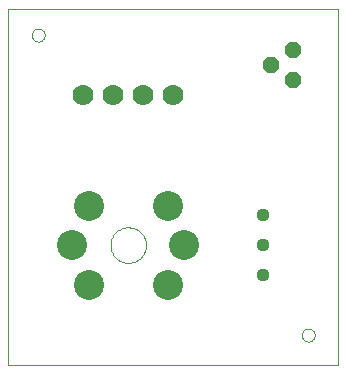
<source format=gtl>
G75*
G70*
%OFA0B0*%
%FSLAX24Y24*%
%IPPOS*%
%LPD*%
%AMOC8*
5,1,8,0,0,1.08239X$1,22.5*
%
%ADD10C,0.0000*%
%ADD11OC8,0.0520*%
%ADD12C,0.1000*%
%ADD13C,0.0700*%
%ADD14C,0.0440*%
D10*
X000100Y000147D02*
X000100Y012017D01*
X011092Y012017D01*
X011092Y000147D01*
X000100Y000147D01*
X003509Y004147D02*
X003511Y004195D01*
X003517Y004243D01*
X003527Y004290D01*
X003540Y004336D01*
X003558Y004381D01*
X003578Y004425D01*
X003603Y004467D01*
X003631Y004506D01*
X003661Y004543D01*
X003695Y004577D01*
X003732Y004609D01*
X003770Y004638D01*
X003811Y004663D01*
X003854Y004685D01*
X003899Y004703D01*
X003945Y004717D01*
X003992Y004728D01*
X004040Y004735D01*
X004088Y004738D01*
X004136Y004737D01*
X004184Y004732D01*
X004232Y004723D01*
X004278Y004711D01*
X004323Y004694D01*
X004367Y004674D01*
X004409Y004651D01*
X004449Y004624D01*
X004487Y004594D01*
X004522Y004561D01*
X004554Y004525D01*
X004584Y004487D01*
X004610Y004446D01*
X004632Y004403D01*
X004652Y004359D01*
X004667Y004314D01*
X004679Y004267D01*
X004687Y004219D01*
X004691Y004171D01*
X004691Y004123D01*
X004687Y004075D01*
X004679Y004027D01*
X004667Y003980D01*
X004652Y003935D01*
X004632Y003891D01*
X004610Y003848D01*
X004584Y003807D01*
X004554Y003769D01*
X004522Y003733D01*
X004487Y003700D01*
X004449Y003670D01*
X004409Y003643D01*
X004367Y003620D01*
X004323Y003600D01*
X004278Y003583D01*
X004232Y003571D01*
X004184Y003562D01*
X004136Y003557D01*
X004088Y003556D01*
X004040Y003559D01*
X003992Y003566D01*
X003945Y003577D01*
X003899Y003591D01*
X003854Y003609D01*
X003811Y003631D01*
X003770Y003656D01*
X003732Y003685D01*
X003695Y003717D01*
X003661Y003751D01*
X003631Y003788D01*
X003603Y003827D01*
X003578Y003869D01*
X003558Y003913D01*
X003540Y003958D01*
X003527Y004004D01*
X003517Y004051D01*
X003511Y004099D01*
X003509Y004147D01*
X000883Y011147D02*
X000885Y011176D01*
X000891Y011204D01*
X000900Y011232D01*
X000913Y011258D01*
X000930Y011281D01*
X000949Y011303D01*
X000971Y011322D01*
X000996Y011337D01*
X001022Y011350D01*
X001050Y011358D01*
X001078Y011363D01*
X001107Y011364D01*
X001136Y011361D01*
X001164Y011354D01*
X001191Y011344D01*
X001217Y011330D01*
X001240Y011313D01*
X001261Y011293D01*
X001279Y011270D01*
X001294Y011245D01*
X001305Y011218D01*
X001313Y011190D01*
X001317Y011161D01*
X001317Y011133D01*
X001313Y011104D01*
X001305Y011076D01*
X001294Y011049D01*
X001279Y011024D01*
X001261Y011001D01*
X001240Y010981D01*
X001217Y010964D01*
X001191Y010950D01*
X001164Y010940D01*
X001136Y010933D01*
X001107Y010930D01*
X001078Y010931D01*
X001050Y010936D01*
X001022Y010944D01*
X000996Y010957D01*
X000971Y010972D01*
X000949Y010991D01*
X000930Y011013D01*
X000913Y011036D01*
X000900Y011062D01*
X000891Y011090D01*
X000885Y011118D01*
X000883Y011147D01*
X009883Y001147D02*
X009885Y001176D01*
X009891Y001204D01*
X009900Y001232D01*
X009913Y001258D01*
X009930Y001281D01*
X009949Y001303D01*
X009971Y001322D01*
X009996Y001337D01*
X010022Y001350D01*
X010050Y001358D01*
X010078Y001363D01*
X010107Y001364D01*
X010136Y001361D01*
X010164Y001354D01*
X010191Y001344D01*
X010217Y001330D01*
X010240Y001313D01*
X010261Y001293D01*
X010279Y001270D01*
X010294Y001245D01*
X010305Y001218D01*
X010313Y001190D01*
X010317Y001161D01*
X010317Y001133D01*
X010313Y001104D01*
X010305Y001076D01*
X010294Y001049D01*
X010279Y001024D01*
X010261Y001001D01*
X010240Y000981D01*
X010217Y000964D01*
X010191Y000950D01*
X010164Y000940D01*
X010136Y000933D01*
X010107Y000930D01*
X010078Y000931D01*
X010050Y000936D01*
X010022Y000944D01*
X009996Y000957D01*
X009971Y000972D01*
X009949Y000991D01*
X009930Y001013D01*
X009913Y001036D01*
X009900Y001062D01*
X009891Y001090D01*
X009885Y001118D01*
X009883Y001147D01*
D11*
X009600Y009647D03*
X008850Y010147D03*
X009600Y010647D03*
D12*
X005419Y005466D03*
X005970Y004147D03*
X005419Y002828D03*
X002781Y002828D03*
X002230Y004147D03*
X002781Y005466D03*
D13*
X002600Y009147D03*
X003600Y009147D03*
X004600Y009147D03*
X005600Y009147D03*
D14*
X008600Y005147D03*
X008600Y004147D03*
X008600Y003147D03*
M02*

</source>
